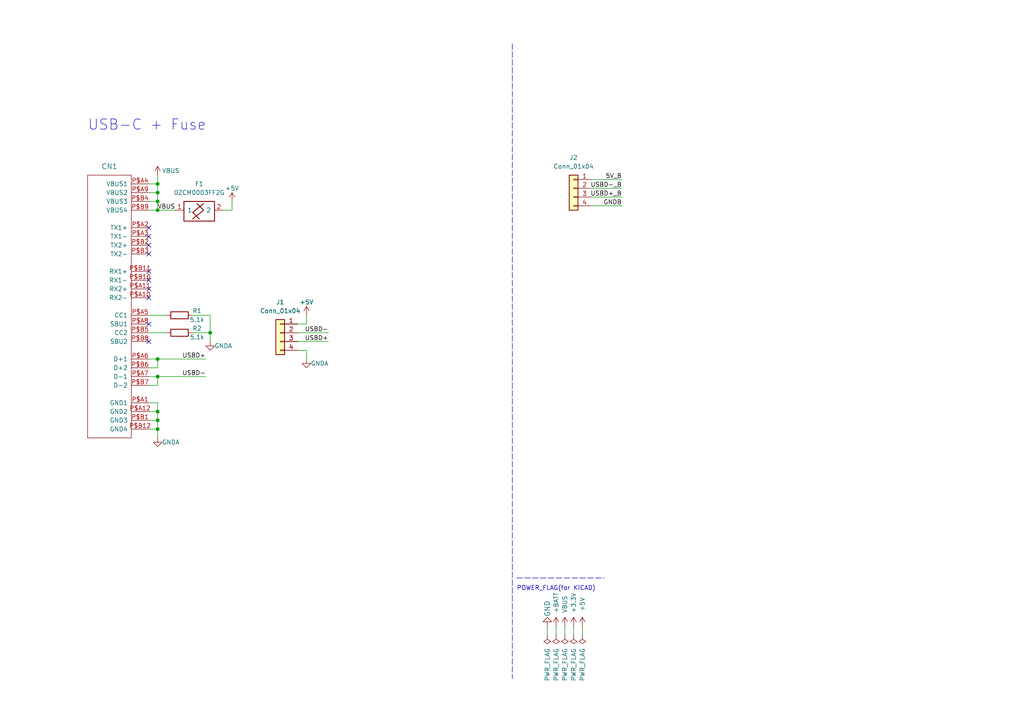
<source format=kicad_sch>
(kicad_sch (version 20211123) (generator eeschema)
  (paper "A4")
  (lib_symbols
    (symbol "001-common:GND" (power) (pin_names (offset 1.016))
      (property "Value" "GND" (at -1.905 -3.175 0))
      (symbol "GND_1_0"
        (polyline (pts (xy -1.27 0) (xy 1.27 0)))
        (polyline (pts (xy 0 -1.27) (xy -1.27 0)))
        (polyline (pts (xy 1.27 0) (xy 0 -1.27)))
        (pin power_in line (at 0 1.27 270) (length 1.27) (name "GND") (number "1"))
      )
    )
    (symbol "204-pcb-wearable:0ZCM0003FF2G" (pin_names (offset 1.016))
      (property "Reference" "PL" (at 1.27 1.27 0))
      (property "Value" "0ZCM0003FF2G" (at 3.81 -6.985 0))
      (symbol "0ZCM0003FF2G_0_1"
        (polyline (pts (xy 3.81 -0.635) (xy 5.715 -2.54) (xy 2.54 -5.08)) (stroke (width 0.254)))
        (polyline (pts (xy 5.715 -0.635) (xy 2.54 -3.175) (xy 4.445 -5.08)) (stroke (width 0.254)))
        (polyline (pts (xy 0 0) (xy 8.89 0) (xy 8.89 -5.715) (xy 0 -5.715) (xy 0 0)) (stroke (width 0.254)))
      )
      (symbol "0ZCM0003FF2G_1_1"
        (pin passive line (at -2.54 -2.54 0) (length 2.54) (name "1") (number "1"))
        (pin passive line (at 11.43 -2.54 180) (length 2.54) (name "2") (number "2"))
      )
    )
    (symbol "204-pcb-wearable:CON_USB-CPCBPLUG" (pin_names (offset 1.016))
      (property "Reference" "CN2" (at 5.08 -40.64 0))
      (symbol "CON_USB-CPCBPLUG_1_0"
        (polyline (pts (xy -5.08 -38.1) (xy -5.08 38.1)))
        (polyline (pts (xy -5.08 38.1) (xy -2.54 38.1)))
        (polyline (pts (xy -2.54 38.1) (xy 7.62 38.1)))
        (polyline (pts (xy 7.62 -38.1) (xy -5.08 -38.1)))
        (polyline (pts (xy 7.62 38.1) (xy 7.62 -38.1)))
        (pin bidirectional line (at -10.16 -27.94 0) (length 5.08) (name "GND1") (number "P$A1"))
        (pin bidirectional line (at -10.16 2.54 0) (length 5.08) (name "RX2-") (number "P$A10"))
        (pin bidirectional line (at -10.16 5.08 0) (length 5.08) (name "RX2+") (number "P$A11"))
        (pin bidirectional line (at -10.16 -30.48 0) (length 5.08) (name "GND2") (number "P$A12"))
        (pin bidirectional line (at -10.16 22.86 0) (length 5.08) (name "TX1+") (number "P$A2"))
        (pin bidirectional line (at -10.16 20.32 0) (length 5.08) (name "TX1-") (number "P$A3"))
        (pin bidirectional line (at -10.16 35.56 0) (length 5.08) (name "VBUS1") (number "P$A4"))
        (pin bidirectional line (at -10.16 -2.54 0) (length 5.08) (name "CC1") (number "P$A5"))
        (pin bidirectional line (at -10.16 -15.24 0) (length 5.08) (name "D+1") (number "P$A6"))
        (pin bidirectional line (at -10.16 -20.32 0) (length 5.08) (name "D-1") (number "P$A7"))
        (pin bidirectional line (at -10.16 -5.08 0) (length 5.08) (name "SBU1") (number "P$A8"))
        (pin bidirectional line (at -10.16 33.02 0) (length 5.08) (name "VBUS2") (number "P$A9"))
        (pin bidirectional line (at -10.16 -33.02 0) (length 5.08) (name "GND3") (number "P$B1"))
        (pin bidirectional line (at -10.16 7.62 0) (length 5.08) (name "RX1-") (number "P$B10"))
        (pin bidirectional line (at -10.16 10.16 0) (length 5.08) (name "RX1+") (number "P$B11"))
        (pin bidirectional line (at -10.16 -35.56 0) (length 5.08) (name "GND4") (number "P$B12"))
        (pin bidirectional line (at -10.16 17.78 0) (length 5.08) (name "TX2+") (number "P$B2"))
        (pin bidirectional line (at -10.16 15.24 0) (length 5.08) (name "TX2-") (number "P$B3"))
        (pin bidirectional line (at -10.16 30.48 0) (length 5.08) (name "VBUS3") (number "P$B4"))
        (pin bidirectional line (at -10.16 -7.62 0) (length 5.08) (name "CC2") (number "P$B5"))
        (pin bidirectional line (at -10.16 -17.78 0) (length 5.08) (name "D+2") (number "P$B6"))
        (pin bidirectional line (at -10.16 -22.86 0) (length 5.08) (name "D-2") (number "P$B7"))
        (pin bidirectional line (at -10.16 -10.16 0) (length 5.08) (name "SBU2") (number "P$B8"))
        (pin bidirectional line (at -10.16 27.94 0) (length 5.08) (name "VBUS4") (number "P$B9"))
      )
    )
    (symbol "204-pcb-wearable:GNDA" (power) (pin_names (offset 0))
      (property "Value" "GNDA" (at 0 -3.81 0))
      (symbol "GNDA_0_1"
        (polyline (pts (xy 0 0) (xy 0 -1.27) (xy 1.27 -1.27) (xy 0 -2.54) (xy -1.27 -1.27) (xy 0 -1.27)))
      )
      (symbol "GNDA_1_1"
        (pin power_in line (at 0 0 270) (length 0) hide (name "GNDA") (number "1"))
      )
    )
    (symbol "Connector_Generic:Conn_01x04" (pin_names (offset 1.016) hide)
      (property "Reference" "J" (at 0 5.08 0))
      (property "Value" "Conn_01x04" (at 0 -7.62 0))
      (symbol "Conn_01x04_1_1"
        (rectangle (start -1.27 -4.953) (end 0 -5.207) (stroke (width 0.1524)))
        (rectangle (start -1.27 -2.413) (end 0 -2.667) (stroke (width 0.1524)))
        (rectangle (start -1.27 0.127) (end 0 -0.127) (stroke (width 0.1524)))
        (rectangle (start -1.27 2.667) (end 0 2.413) (stroke (width 0.1524)))
        (rectangle (start -1.27 3.81) (end 1.27 -6.35) (stroke (width 0.254)) (fill (type background)))
        (pin passive line (at -5.08 2.54 0) (length 3.81) (name "Pin_1") (number "1"))
        (pin passive line (at -5.08 0 0) (length 3.81) (name "Pin_2") (number "2"))
        (pin passive line (at -5.08 -2.54 0) (length 3.81) (name "Pin_3") (number "3"))
        (pin passive line (at -5.08 -5.08 0) (length 3.81) (name "Pin_4") (number "4"))
      )
    )
    (symbol "Device:R" (pin_numbers hide) (pin_names (offset 0))
      (property "Reference" "R" (at 2.032 0 90))
      (property "Value" "R" (at 0 0 90))
      (symbol "R_0_1"
        (rectangle (start -1.016 -2.54) (end 1.016 2.54) (stroke (width 0.254)))
      )
      (symbol "R_1_1"
        (pin passive line (at 0 3.81 270) (length 1.27) (name "~") (number "1"))
        (pin passive line (at 0 -3.81 90) (length 1.27) (name "~") (number "2"))
      )
    )
    (symbol "power:+3.3V" (power) (pin_names (offset 0))
      (property "Value" "+3.3V" (at 0 3.556 0))
      (symbol "+3.3V_0_1"
        (polyline (pts (xy -0.762 1.27) (xy 0 2.54)))
        (polyline (pts (xy 0 0) (xy 0 2.54)))
        (polyline (pts (xy 0 2.54) (xy 0.762 1.27)))
      )
      (symbol "+3.3V_1_1"
        (pin power_in line (at 0 0 90) (length 0) hide (name "+3.3V") (number "1"))
      )
    )
    (symbol "power:+5V" (power) (pin_names (offset 0))
      (property "Value" "+5V" (at 0 3.556 0))
      (symbol "+5V_0_1"
        (polyline (pts (xy -0.762 1.27) (xy 0 2.54)))
        (polyline (pts (xy 0 0) (xy 0 2.54)))
        (polyline (pts (xy 0 2.54) (xy 0.762 1.27)))
      )
      (symbol "+5V_1_1"
        (pin power_in line (at 0 0 90) (length 0) hide (name "+5V") (number "1"))
      )
    )
    (symbol "power:+BATT" (power) (pin_names (offset 0))
      (property "Value" "+BATT" (at 0 3.556 0))
      (symbol "+BATT_0_1"
        (polyline (pts (xy -0.762 1.27) (xy 0 2.54)))
        (polyline (pts (xy 0 0) (xy 0 2.54)))
        (polyline (pts (xy 0 2.54) (xy 0.762 1.27)))
      )
      (symbol "+BATT_1_1"
        (pin power_in line (at 0 0 90) (length 0) hide (name "+BATT") (number "1"))
      )
    )
    (symbol "power:PWR_FLAG" (power) (pin_numbers hide) (pin_names (offset 0) hide)
      (property "Value" "PWR_FLAG" (at 0 3.81 0))
      (symbol "PWR_FLAG_0_0"
        (pin power_out line (at 0 0 90) (length 0) (name "pwr") (number "1"))
      )
      (symbol "PWR_FLAG_0_1"
        (polyline (pts (xy 0 0) (xy 0 1.27) (xy -1.016 1.905) (xy 0 2.54) (xy 1.016 1.905) (xy 0 1.27)))
      )
    )
    (symbol "power:VBUS" (power) (pin_names (offset 0))
      (property "Value" "VBUS" (at 0 3.81 0))
      (symbol "VBUS_0_1"
        (polyline (pts (xy -0.762 1.27) (xy 0 2.54)))
        (polyline (pts (xy 0 0) (xy 0 2.54)))
        (polyline (pts (xy 0 2.54) (xy 0.762 1.27)))
      )
      (symbol "VBUS_1_1"
        (pin power_in line (at 0 0 90) (length 0) hide (name "VBUS") (number "1"))
      )
    )
  )
  (junction (at 45.72 109.22))
  (junction (at 45.72 121.92))
  (junction (at 45.72 119.38))
  (junction (at 45.72 104.14))
  (junction (at 45.72 53.34))
  (junction (at 60.96 96.52))
  (junction (at 45.72 124.46))
  (junction (at 45.72 58.42))
  (junction (at 45.72 60.96))
  (junction (at 45.72 55.88))
  (no_connect (at 43.18 66.04))
  (no_connect (at 43.18 86.36))
  (no_connect (at 43.18 71.12))
  (no_connect (at 43.18 81.28))
  (no_connect (at 43.18 68.58))
  (no_connect (at 43.18 99.06))
  (no_connect (at 43.18 73.66))
  (no_connect (at 43.18 78.74))
  (no_connect (at 43.18 83.82))
  (no_connect (at 76.2 346.71))
  (no_connect (at 43.18 93.98))
  (wire (pts (xy 55.88 96.52) (xy 60.96 96.52)))
  (wire (pts (xy 45.72 55.88) (xy 45.72 58.42)))
  (wire (pts (xy 64.77 60.96) (xy 67.31 60.96)))
  (wire (pts (xy 60.96 96.52) (xy 60.96 99.06)))
  (wire (pts (xy 161.29 181.61) (xy 161.29 184.15)))
  (wire (pts (xy 45.72 119.38) (xy 45.72 121.92)))
  (wire (pts (xy 45.72 124.46) (xy 45.72 127)))
  (wire (pts (xy 171.45 57.15) (xy 180.34 57.15)))
  (wire (pts (xy 43.18 91.44) (xy 48.26 91.44)))
  (wire (pts (xy 43.18 109.22) (xy 45.72 109.22)))
  (wire (pts (xy 55.88 91.44) (xy 60.96 91.44)))
  (wire (pts (xy 43.18 55.88) (xy 45.72 55.88)))
  (wire (pts (xy 45.72 53.34) (xy 45.72 55.88)))
  (wire (pts (xy 45.72 121.92) (xy 45.72 124.46)))
  (wire (pts (xy 45.72 60.96) (xy 50.8 60.96)))
  (wire (pts (xy 45.72 111.76) (xy 45.72 109.22)))
  (wire (pts (xy 43.18 111.76) (xy 45.72 111.76)))
  (wire (pts (xy 168.91 181.61) (xy 168.91 184.15)))
  (wire (pts (xy 86.36 96.52) (xy 95.25 96.52)))
  (wire (pts (xy 86.36 101.6) (xy 88.9 101.6)))
  (wire (pts (xy 166.37 181.61) (xy 166.37 184.15)))
  (wire (pts (xy 43.18 60.96) (xy 45.72 60.96)))
  (wire (pts (xy 43.18 116.84) (xy 45.72 116.84)))
  (wire (pts (xy 43.18 58.42) (xy 45.72 58.42)))
  (wire (pts (xy 60.96 91.44) (xy 60.96 96.52)))
  (wire (pts (xy 45.72 116.84) (xy 45.72 119.38)))
  (wire (pts (xy 45.72 121.92) (xy 43.18 121.92)))
  (wire (pts (xy 43.18 96.52) (xy 48.26 96.52)))
  (wire (pts (xy 171.45 52.07) (xy 180.34 52.07)))
  (wire (pts (xy 171.45 54.61) (xy 180.34 54.61)))
  (wire (pts (xy 88.9 91.44) (xy 88.9 93.98)))
  (wire (pts (xy 163.83 181.61) (xy 163.83 184.15)))
  (wire (pts (xy 45.72 104.14) (xy 45.72 106.68)))
  (wire (pts (xy 45.72 109.22) (xy 59.69 109.22)))
  (wire (pts (xy 158.75 184.15) (xy 158.75 181.61)))
  (wire (pts (xy 67.31 58.42) (xy 67.31 60.96)))
  (wire (pts (xy 86.36 93.98) (xy 88.9 93.98)))
  (wire (pts (xy 171.45 59.69) (xy 180.34 59.69)))
  (polyline (pts (xy 148.59 12.7) (xy 148.59 196.85)))
  (wire (pts (xy 45.72 50.8) (xy 45.72 53.34)))
  (wire (pts (xy 45.72 104.14) (xy 59.69 104.14)))
  (polyline (pts (xy 149.86 167.64) (xy 175.26 167.64)))
  (wire (pts (xy 43.18 53.34) (xy 45.72 53.34)))
  (wire (pts (xy 43.18 106.68) (xy 45.72 106.68)))
  (wire (pts (xy 43.18 104.14) (xy 45.72 104.14)))
  (wire (pts (xy 43.18 124.46) (xy 45.72 124.46)))
  (wire (pts (xy 86.36 99.06) (xy 95.25 99.06)))
  (wire (pts (xy 88.9 101.6) (xy 88.9 104.14)))
  (wire (pts (xy 45.72 58.42) (xy 45.72 60.96)))
  (wire (pts (xy 43.18 119.38) (xy 45.72 119.38)))
  (text "USB-C + Fuse" (at 25.4 38.1 0) (effects (font (size 3 3)) (justify left bottom)))
  (text "POWER_FLAG(for KiCAD)" (at 149.86 171.45 0) (effects (font (size 1.27 1.27)) (justify left bottom)))
  (label "USBD+_B" (at 180.34 57.15 180))
  (label "5V_B" (at 180.34 52.07 180))
  (label "USBD-_B" (at 180.34 54.61 180))
  (label "VBUS" (at 50.8 60.96 180))
  (label "USBD+" (at 95.25 99.06 180))
  (label "USBD-" (at 59.69 109.22 180))
  (label "USBD+" (at 59.69 104.14 180))
  (label "GNDB" (at 180.34 59.69 180))
  (label "USBD-" (at 95.25 96.52 180))
  (symbol (lib_id "power:PWR_FLAG") (at 161.29 184.15 180) (unit 1)
    (property "Reference" "#FLG04" (effects hide))
    (property "Value" "PWR_FLAG" (at 161.2901 187.96 90) (effects (justify left)))
  )
  (symbol (lib_id "power:+5V") (at 168.91 181.61 0) (unit 1)
    (property "Reference" "#PWR016" (effects hide))
    (property "Value" "+5V" (at 168.91 175.26 90))
  )
  (symbol (lib_id "power:+5V") (at 67.31 58.42 0) (unit 1)
    (property "Reference" "#PWR0101" (effects hide))
    (property "Value" "+5V" (at 67.31 54.61 0))
  )
  (symbol (lib_id "204-pcb-wearable:GNDA") (at 88.9 104.14 0) (unit 1)
    (property "Reference" "#PWR0115" (effects hide))
    (property "Value" "GNDA" (at 92.71 105.41 0))
  )
  (symbol (lib_id "Connector_Generic:Conn_01x04") (at 81.28 96.52 0) (mirror y) (unit 1)
    (property "Reference" "J1" (at 81.28 87.63 0))
    (property "Value" "Conn_01x04" (at 81.28 90.17 0))
    (property "Footprint" "204-pcb-wearable:pad_1x04_P1.27mm_usbc" (effects hide))
  )
  (symbol (lib_id "power:VBUS") (at 45.72 50.8 0) (unit 1)
    (property "Reference" "#PWR03" (effects hide))
    (property "Value" "VBUS" (at 49.53 49.53 0))
  )
  (symbol (lib_id "power:PWR_FLAG") (at 163.83 184.15 180) (unit 1)
    (property "Reference" "#FLG03" (effects hide))
    (property "Value" "PWR_FLAG" (at 163.8301 187.96 90) (effects (justify left)))
  )
  (symbol (lib_id "204-pcb-wearable:CON_USB-CPCBPLUG") (at 33.02 88.9 0) (mirror y) (unit 1)
    (property "Reference" "CN1" (at 31.75 48.26 0) (effects (font (size 1.4986 1.4986))))
    (property "Value" "CON_USB-CPCBPLUG" (effects hide))
    (property "Footprint" "203-business-card:USB-C_PCBPLUG" (effects hide))
  )
  (symbol (lib_id "power:VBUS") (at 163.83 181.61 0) (unit 1)
    (property "Reference" "#PWR018" (effects hide))
    (property "Value" "VBUS" (at 163.83 172.72 90) (effects (justify right)))
  )
  (symbol (lib_id "Connector_Generic:Conn_01x04") (at 166.37 54.61 0) (mirror y) (unit 1)
    (property "Reference" "J2" (at 166.37 45.72 0))
    (property "Value" "Conn_01x04" (at 166.37 48.26 0))
    (property "Footprint" "204-pcb-wearable:pad_1x04_P1.27mm_usbc_with_hole" (effects hide))
  )
  (symbol (lib_id "power:+3.3V") (at 166.37 181.61 0) (unit 1)
    (property "Reference" "#PWR017" (effects hide))
    (property "Value" "+3.3V" (at 166.37 177.8 90) (effects (justify left)))
  )
  (symbol (lib_id "Device:R") (at 52.07 96.52 90) (unit 1)
    (property "Reference" "R2" (at 57.15 95.25 90))
    (property "Value" "5.1k" (at 57.15 97.79 90))
    (property "Footprint" "204-pcb-wearable:R_0402_1005Metric_nosilk" (effects hide))
  )
  (symbol (lib_id "power:PWR_FLAG") (at 166.37 184.15 180) (unit 1)
    (property "Reference" "#FLG02" (effects hide))
    (property "Value" "PWR_FLAG" (at 166.3701 187.96 90) (effects (justify left)))
  )
  (symbol (lib_id "power:+BATT") (at 161.29 181.61 0) (mirror y) (unit 1)
    (property "Reference" "#PWR019" (effects hide))
    (property "Value" "+BATT" (at 161.29 177.8 90) (effects (justify left)))
  )
  (symbol (lib_id "204-pcb-wearable:GNDA") (at 60.96 99.06 0) (unit 1)
    (property "Reference" "#PWR0108" (effects hide))
    (property "Value" "GNDA" (at 64.77 100.33 0))
  )
  (symbol (lib_id "204-pcb-wearable:0ZCM0003FF2G") (at 53.34 58.42 0) (unit 1)
    (property "Reference" "F1" (at 57.785 53.34 0))
    (property "Value" "0ZCM0003FF2G" (at 57.785 55.88 0))
    (property "Footprint" "Resistor_SMD:R_0603_1608Metric" (effects hide))
  )
  (symbol (lib_id "Device:R") (at 52.07 91.44 90) (unit 1)
    (property "Reference" "R1" (at 57.15 90.17 90))
    (property "Value" "5.1k" (at 57.15 92.71 90))
    (property "Footprint" "204-pcb-wearable:R_0402_1005Metric_nosilk" (effects hide))
  )
  (symbol (lib_id "001-common:GND") (at 158.75 180.34 180) (unit 1)
    (property "Reference" "#SUPPLY019" (effects hide))
    (property "Value" "GND" (at 158.75 176.53 90) (effects (font (size 1.4986 1.4986))))
  )
  (symbol (lib_id "power:PWR_FLAG") (at 168.91 184.15 180) (unit 1)
    (property "Reference" "#FLG01" (effects hide))
    (property "Value" "PWR_FLAG" (at 168.9101 187.96 90) (effects (justify left)))
  )
  (symbol (lib_id "power:+5V") (at 88.9 91.44 0) (unit 1)
    (property "Reference" "#PWR0107" (effects hide))
    (property "Value" "+5V" (at 88.9 87.63 0))
  )
  (symbol (lib_id "204-pcb-wearable:GNDA") (at 45.72 127 0) (unit 1)
    (property "Reference" "#PWR0111" (effects hide))
    (property "Value" "GNDA" (at 49.53 128.27 0))
  )
  (symbol (lib_id "power:PWR_FLAG") (at 158.75 184.15 180) (unit 1)
    (property "Reference" "#FLG05" (effects hide))
    (property "Value" "PWR_FLAG" (at 158.7499 187.96 90) (effects (justify left)))
  )
)
</source>
